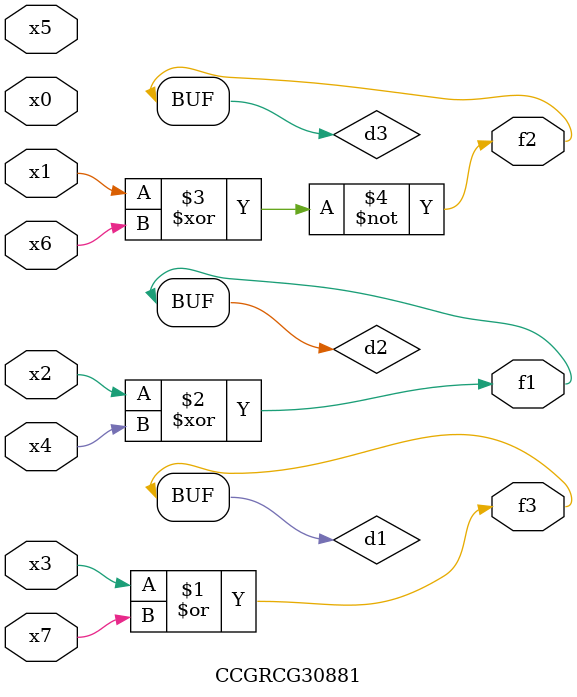
<source format=v>
module CCGRCG30881(
	input x0, x1, x2, x3, x4, x5, x6, x7,
	output f1, f2, f3
);

	wire d1, d2, d3;

	or (d1, x3, x7);
	xor (d2, x2, x4);
	xnor (d3, x1, x6);
	assign f1 = d2;
	assign f2 = d3;
	assign f3 = d1;
endmodule

</source>
